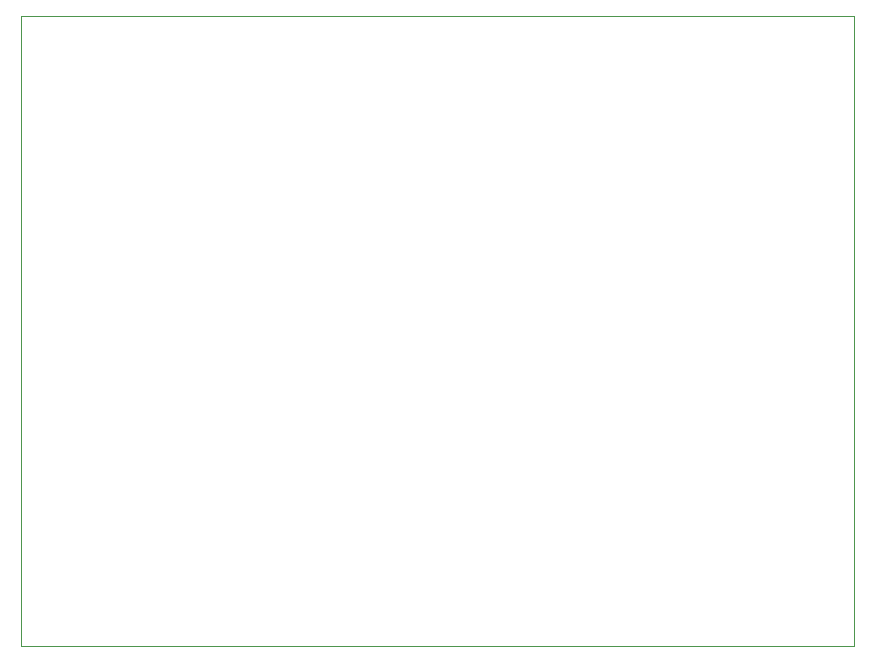
<source format=gbr>
%TF.GenerationSoftware,KiCad,Pcbnew,7.0.9*%
%TF.CreationDate,2025-04-20T12:55:00+02:00*%
%TF.ProjectId,C64-PSU-PCB-replacement-for-902503-06,4336342d-5053-4552-9d50-43422d726570,D*%
%TF.SameCoordinates,Original*%
%TF.FileFunction,Profile,NP*%
%FSLAX46Y46*%
G04 Gerber Fmt 4.6, Leading zero omitted, Abs format (unit mm)*
G04 Created by KiCad (PCBNEW 7.0.9) date 2025-04-20 12:55:00*
%MOMM*%
%LPD*%
G01*
G04 APERTURE LIST*
%TA.AperFunction,Profile*%
%ADD10C,0.050000*%
%TD*%
G04 APERTURE END LIST*
D10*
X25400000Y-78740000D02*
X25400000Y-25400000D01*
X95885000Y-78740000D02*
X25400000Y-78740000D01*
X25400000Y-25400000D02*
X95885000Y-25400000D01*
X95885000Y-25400000D02*
X95885000Y-78740000D01*
M02*

</source>
